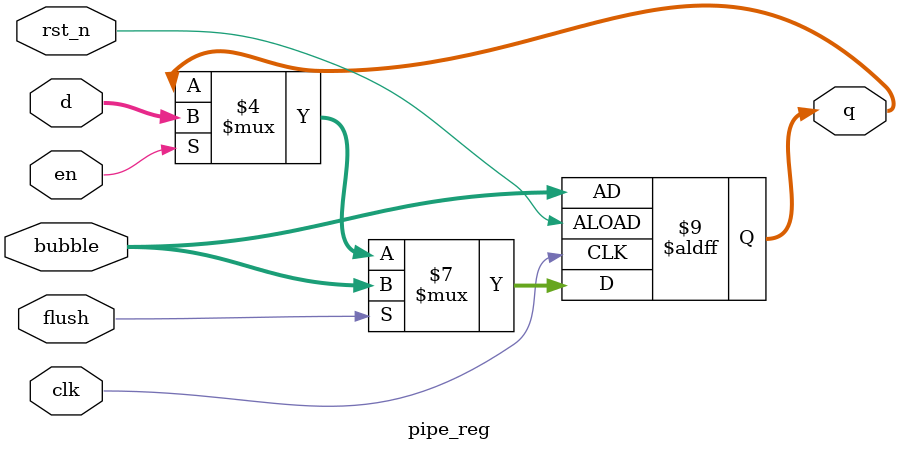
<source format=sv>
module pipe_reg #(
  parameter int W = 32
) (
  input  logic         clk,
  input  logic         rst_n,
  input  logic         en,       // 1 = cập nhật bình thường
  input  logic         flush,    // 1 = nạp bubble
  input  logic [W-1:0] d,
  input  logic [W-1:0] bubble,   // giá trị NOP/bubble
  output logic [W-1:0] q
);
  //always_ff @(posedge clk or negedge rst_n) begin
  //  if (!rst_n)      q <= bubble;
  //  else if (flush)  q <= bubble;
  //  else if (en)     q <= d;
  //  else q <= q;
  //end

  always_ff @(posedge clk or negedge rst_n) begin
    if (!rst_n)      q <= bubble;   // reset async
    else if (flush)  q <= bubble;   // ƯU TIÊN 1: nếu flush=1 ở đúng cạnh ↑ → q := bubble
    else if (en)     q <= d;        // ƯU TIÊN 2: nếu flush=0 và en=1 → q := d
    else q <= q;
  end
endmodule

</source>
